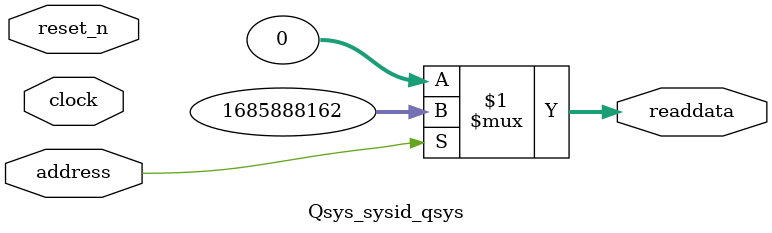
<source format=v>



// synthesis translate_off
`timescale 1ns / 1ps
// synthesis translate_on

// turn off superfluous verilog processor warnings 
// altera message_level Level1 
// altera message_off 10034 10035 10036 10037 10230 10240 10030 

module Qsys_sysid_qsys (
               // inputs:
                address,
                clock,
                reset_n,

               // outputs:
                readdata
             )
;

  output  [ 31: 0] readdata;
  input            address;
  input            clock;
  input            reset_n;

  wire    [ 31: 0] readdata;
  //control_slave, which is an e_avalon_slave
  assign readdata = address ? 1685888162 : 0;

endmodule



</source>
